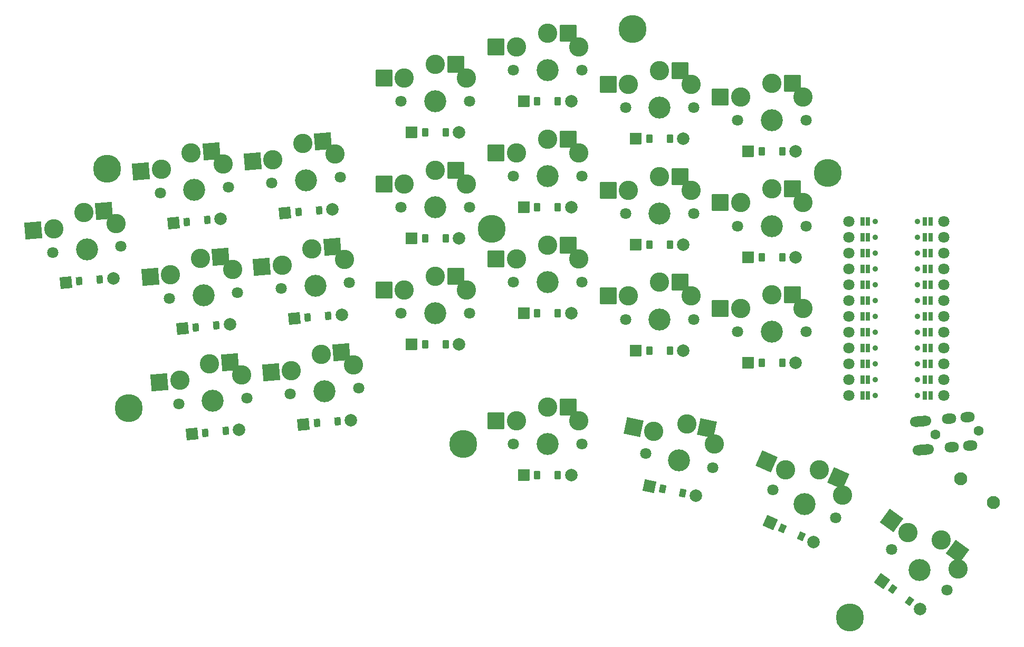
<source format=gbr>
%TF.GenerationSoftware,KiCad,Pcbnew,7.0.10*%
%TF.CreationDate,2024-02-18T22:51:37+03:00*%
%TF.ProjectId,jcuken_1,6a63756b-656e-45f3-912e-6b696361645f,0.1*%
%TF.SameCoordinates,Original*%
%TF.FileFunction,Soldermask,Top*%
%TF.FilePolarity,Negative*%
%FSLAX46Y46*%
G04 Gerber Fmt 4.6, Leading zero omitted, Abs format (unit mm)*
G04 Created by KiCad (PCBNEW 7.0.10) date 2024-02-18 22:51:37*
%MOMM*%
%LPD*%
G01*
G04 APERTURE LIST*
G04 Aperture macros list*
%AMRoundRect*
0 Rectangle with rounded corners*
0 $1 Rounding radius*
0 $2 $3 $4 $5 $6 $7 $8 $9 X,Y pos of 4 corners*
0 Add a 4 corners polygon primitive as box body*
4,1,4,$2,$3,$4,$5,$6,$7,$8,$9,$2,$3,0*
0 Add four circle primitives for the rounded corners*
1,1,$1+$1,$2,$3*
1,1,$1+$1,$4,$5*
1,1,$1+$1,$6,$7*
1,1,$1+$1,$8,$9*
0 Add four rect primitives between the rounded corners*
20,1,$1+$1,$2,$3,$4,$5,0*
20,1,$1+$1,$4,$5,$6,$7,0*
20,1,$1+$1,$6,$7,$8,$9,0*
20,1,$1+$1,$8,$9,$2,$3,0*%
%AMHorizOval*
0 Thick line with rounded ends*
0 $1 width*
0 $2 $3 position (X,Y) of the first rounded end (center of the circle)*
0 $4 $5 position (X,Y) of the second rounded end (center of the circle)*
0 Add line between two ends*
20,1,$1,$2,$3,$4,$5,0*
0 Add two circle primitives to create the rounded ends*
1,1,$1,$2,$3*
1,1,$1,$4,$5*%
G04 Aperture macros list end*
%ADD10C,2.100000*%
%ADD11C,1.801800*%
%ADD12C,3.100000*%
%ADD13C,3.529000*%
%ADD14RoundRect,0.050000X-1.300000X-1.300000X1.300000X-1.300000X1.300000X1.300000X-1.300000X1.300000X0*%
%ADD15RoundRect,0.050000X-0.808136X-0.963099X0.963099X-0.808136X0.808136X0.963099X-0.963099X0.808136X0*%
%ADD16RoundRect,0.050000X-0.395994X-0.636937X0.500581X-0.558497X0.395994X0.636937X-0.500581X0.558497X0*%
%ADD17C,2.005000*%
%ADD18RoundRect,0.050000X-1.241757X-0.196675X0.196675X-1.241757X1.241757X0.196675X-0.196675X1.241757X0*%
%ADD19RoundRect,0.050000X-0.716729X-0.220907X0.011386X-0.749914X0.716729X0.220907X-0.011386X0.749914X0*%
%ADD20RoundRect,0.050000X-0.889000X-0.889000X0.889000X-0.889000X0.889000X0.889000X-0.889000X0.889000X0*%
%ADD21RoundRect,0.050000X-0.450000X-0.600000X0.450000X-0.600000X0.450000X0.600000X-0.450000X0.600000X0*%
%ADD22RoundRect,0.050000X-1.716367X-0.658851X0.658851X-1.716367X1.716367X0.658851X-0.658851X1.716367X0*%
%ADD23C,0.800000*%
%ADD24C,4.500000*%
%ADD25RoundRect,0.050000X-1.181751X-1.408356X1.408356X-1.181751X1.181751X1.408356X-1.408356X1.181751X0*%
%ADD26RoundRect,0.050000X-1.054407X-0.684740X0.684740X-1.054407X1.054407X0.684740X-0.684740X1.054407X0*%
%ADD27RoundRect,0.050000X-0.564913X-0.493328X0.315419X-0.680449X0.564913X0.493328X-0.315419X0.680449X0*%
%ADD28C,1.600000*%
%ADD29HorizOval,1.700000X-0.846765X-0.074082X0.846765X0.074082X0*%
%ADD30HorizOval,1.700000X-0.298858X-0.026147X0.298858X0.026147X0*%
%ADD31C,0.900000*%
%ADD32RoundRect,0.050000X-0.300000X-0.600000X0.300000X-0.600000X0.300000X0.600000X-0.300000X0.600000X0*%
%ADD33C,1.800000*%
%ADD34RoundRect,0.050000X-1.815843X-0.287601X0.287601X-1.815843X1.815843X0.287601X-0.287601X1.815843X0*%
%ADD35RoundRect,0.050000X-1.541877X-1.001307X1.001307X-1.541877X1.541877X1.001307X-1.001307X1.541877X0*%
%ADD36RoundRect,0.050000X-1.173731X-0.450553X0.450553X-1.173731X1.173731X0.450553X-0.450553X1.173731X0*%
%ADD37RoundRect,0.050000X-0.655137X-0.365096X0.167053X-0.731159X0.655137X0.365096X-0.167053X0.731159X0*%
G04 APERTURE END LIST*
D10*
%TO.C,B1*%
X201050073Y-102011086D03*
X195791463Y-98190482D03*
%TD*%
D11*
%TO.C,S16*%
X141993929Y-38639195D03*
D12*
X142493929Y-34889195D03*
X147493929Y-32689195D03*
X147493929Y-32689195D03*
D13*
X147493929Y-38639195D03*
D12*
X152493929Y-34889195D03*
D11*
X152993929Y-38639195D03*
D14*
X150768929Y-32689195D03*
X139218929Y-34889195D03*
%TD*%
D15*
%TO.C,D3*%
X70918197Y-74101048D03*
D16*
X73069978Y-73912792D03*
X76357420Y-73625178D03*
D17*
X78509201Y-73436922D03*
%TD*%
D18*
%TO.C,D23*%
X183141869Y-114648424D03*
D19*
X184889346Y-115918040D03*
X187559102Y-117857732D03*
D17*
X189306579Y-119127348D03*
%TD*%
D20*
%TO.C,D8*%
X107683929Y-76639195D03*
D21*
X109843929Y-76639195D03*
X113143929Y-76639195D03*
D17*
X115303929Y-76639195D03*
%TD*%
D20*
%TO.C,D18*%
X161683929Y-62639194D03*
D21*
X163843929Y-62639194D03*
X167143929Y-62639194D03*
D17*
X169303929Y-62639194D03*
%TD*%
D11*
%TO.C,S22*%
X165688096Y-100013667D03*
D12*
X167670131Y-96791240D03*
X173132679Y-96815124D03*
X173132679Y-96815124D03*
D13*
X170712596Y-102250719D03*
D12*
X176805586Y-100858607D03*
D11*
X175737096Y-104487771D03*
D22*
X176124540Y-98147186D03*
X164678270Y-95459178D03*
%TD*%
D15*
%TO.C,D2*%
X72399845Y-91036358D03*
D16*
X74551626Y-90848102D03*
X77839068Y-90560488D03*
D17*
X79990849Y-90372232D03*
%TD*%
D23*
%TO.C,_1*%
X57203387Y-48599331D03*
X57583135Y-47394925D03*
X57786509Y-49719497D03*
X58703301Y-46811803D03*
D24*
X58847108Y-48455524D03*
D23*
X58990915Y-50099245D03*
X59907707Y-47191551D03*
X60111081Y-49516123D03*
X60490829Y-48311717D03*
%TD*%
D11*
%TO.C,S18*%
X159993929Y-57639194D03*
D12*
X160493929Y-53889194D03*
X165493929Y-51689194D03*
X165493929Y-51689194D03*
D13*
X165493929Y-57639194D03*
D12*
X170493929Y-53889194D03*
D11*
X170993929Y-57639194D03*
D14*
X168768929Y-51689194D03*
X157218929Y-53889194D03*
%TD*%
D11*
%TO.C,S7*%
X85248706Y-50763256D03*
D12*
X85419969Y-46983948D03*
X90209200Y-44356541D03*
X90209200Y-44356541D03*
D13*
X90727777Y-50283899D03*
D12*
X95381916Y-46112390D03*
D11*
X96206848Y-49804542D03*
D25*
X93471738Y-44071105D03*
X82157432Y-47269383D03*
%TD*%
D23*
%TO.C,_3*%
X141443929Y-26039195D03*
X141927203Y-24872469D03*
X141927203Y-27205921D03*
X143093929Y-24389195D03*
D24*
X143093929Y-26039195D03*
D23*
X143093929Y-27689195D03*
X144260655Y-24872469D03*
X144260655Y-27205921D03*
X144743929Y-26039195D03*
%TD*%
D26*
%TO.C,D21*%
X145842068Y-99377422D03*
D27*
X147954866Y-99826512D03*
X151182754Y-100512620D03*
D17*
X153295552Y-100961710D03*
%TD*%
D11*
%TO.C,S14*%
X141993929Y-72639195D03*
D12*
X142493929Y-68889195D03*
X147493929Y-66689195D03*
X147493929Y-66689195D03*
D13*
X147493929Y-72639195D03*
D12*
X152493929Y-68889195D03*
D11*
X152993929Y-72639195D03*
D14*
X150768929Y-66689195D03*
X139218929Y-68889195D03*
%TD*%
D20*
%TO.C,D11*%
X125683929Y-71639195D03*
D21*
X127843929Y-71639195D03*
X131143929Y-71639195D03*
D17*
X133303929Y-71639195D03*
%TD*%
D15*
%TO.C,D1*%
X52202291Y-66704099D03*
D16*
X54354072Y-66515843D03*
X57641514Y-66228229D03*
D17*
X59793295Y-66039973D03*
%TD*%
D20*
%TO.C,D12*%
X125683929Y-54639195D03*
D21*
X127843929Y-54639195D03*
X131143929Y-54639195D03*
D17*
X133303929Y-54639195D03*
%TD*%
D20*
%TO.C,D15*%
X143683929Y-60639195D03*
D21*
X145843929Y-60639195D03*
X149143929Y-60639195D03*
D17*
X151303929Y-60639195D03*
%TD*%
D11*
%TO.C,S9*%
X105993929Y-54639194D03*
D12*
X106493929Y-50889194D03*
X111493929Y-48689194D03*
X111493929Y-48689194D03*
D13*
X111493929Y-54639194D03*
D12*
X116493929Y-50889194D03*
D11*
X116993929Y-54639194D03*
D14*
X114768929Y-48689194D03*
X103218929Y-50889194D03*
%TD*%
D11*
%TO.C,S19*%
X159993929Y-40639194D03*
D12*
X160493929Y-36889194D03*
X165493929Y-34689194D03*
X165493929Y-34689194D03*
D13*
X165493929Y-40639194D03*
D12*
X170493929Y-36889194D03*
D11*
X170993929Y-40639194D03*
D14*
X168768929Y-34689194D03*
X157218929Y-36889194D03*
%TD*%
D20*
%TO.C,D17*%
X161683929Y-79639195D03*
D21*
X163843929Y-79639195D03*
X167143929Y-79639195D03*
D17*
X169303929Y-79639195D03*
%TD*%
D11*
%TO.C,S1*%
X50082943Y-61870420D03*
D12*
X50254206Y-58091112D03*
X55043437Y-55463705D03*
X55043437Y-55463705D03*
D13*
X55562014Y-61391063D03*
D12*
X60216153Y-57219554D03*
D11*
X61041085Y-60911706D03*
D25*
X58305975Y-55178269D03*
X46991669Y-58376547D03*
%TD*%
D28*
%TO.C,TRRS1*%
X198699559Y-90487396D03*
X191726196Y-91097487D03*
D29*
X189383920Y-88993624D03*
X189784836Y-93576119D03*
D30*
X193916605Y-88597065D03*
X194317522Y-93179561D03*
X196905190Y-88335598D03*
X197306106Y-92918093D03*
%TD*%
D31*
%TO.C,MCU1*%
X188893929Y-56939195D03*
D32*
X190073929Y-56939195D03*
D33*
X193113929Y-56939195D03*
D31*
X188893929Y-59479195D03*
D32*
X190073929Y-59479195D03*
D33*
X193113929Y-59479195D03*
D31*
X188893929Y-62019195D03*
D32*
X190073929Y-62019195D03*
D33*
X193113929Y-62019195D03*
D31*
X188893929Y-64559195D03*
D32*
X190073929Y-64559195D03*
D33*
X193113929Y-64559195D03*
D31*
X188893929Y-67099195D03*
D32*
X190073929Y-67099195D03*
D33*
X193113929Y-67099195D03*
D31*
X188893929Y-69639195D03*
D32*
X190073929Y-69639195D03*
D33*
X193113929Y-69639195D03*
D31*
X188893929Y-72179195D03*
D32*
X190073929Y-72179195D03*
D33*
X193113929Y-72179195D03*
D31*
X188893929Y-74719195D03*
D32*
X190073929Y-74719195D03*
D33*
X193113929Y-74719195D03*
D31*
X188893929Y-77259195D03*
D32*
X190073929Y-77259195D03*
D33*
X193113929Y-77259195D03*
D31*
X188893929Y-79799195D03*
D32*
X190073929Y-79799195D03*
D33*
X193113929Y-79799195D03*
D31*
X188893929Y-82339195D03*
D32*
X190073929Y-82339195D03*
D33*
X193113929Y-82339195D03*
D31*
X188893929Y-84879195D03*
D32*
X190073929Y-84879195D03*
D33*
X193113929Y-84879195D03*
X177873929Y-84879195D03*
D32*
X180013929Y-84879195D03*
X190973929Y-84879195D03*
D33*
X177873929Y-82339195D03*
D32*
X180013929Y-82339195D03*
X190973929Y-82339195D03*
D33*
X177873929Y-79799195D03*
D32*
X180013929Y-79799195D03*
X190973929Y-79799195D03*
D33*
X177873929Y-77259195D03*
D32*
X180013929Y-77259195D03*
X190973929Y-77259195D03*
D33*
X177873929Y-74719195D03*
D32*
X180013929Y-74719195D03*
X190973929Y-74719195D03*
D33*
X177873929Y-72179195D03*
D32*
X180013929Y-72179195D03*
X190973929Y-72179195D03*
D33*
X177873929Y-69639195D03*
D32*
X180013929Y-69639195D03*
X190973929Y-69639195D03*
D33*
X177873929Y-67099195D03*
D32*
X180013929Y-67099195D03*
X190973929Y-67099195D03*
D33*
X177873929Y-64559195D03*
D32*
X180013929Y-64559195D03*
X190973929Y-64559195D03*
D33*
X177873929Y-62019195D03*
D32*
X180013929Y-62019195D03*
X190973929Y-62019195D03*
D33*
X177873929Y-59479195D03*
D32*
X180013929Y-59479195D03*
X190973929Y-59479195D03*
D33*
X177873929Y-56939195D03*
D32*
X180013929Y-56939195D03*
X190973929Y-56939195D03*
X180913929Y-84879195D03*
D31*
X182093929Y-84879195D03*
D32*
X180913929Y-82339195D03*
D31*
X182093929Y-82339195D03*
D32*
X180913929Y-79799195D03*
D31*
X182093929Y-79799195D03*
D32*
X180913929Y-77259195D03*
D31*
X182093929Y-77259195D03*
D32*
X180913929Y-74719195D03*
D31*
X182093929Y-74719195D03*
D32*
X180913929Y-72179195D03*
D31*
X182093929Y-72179195D03*
D32*
X180913929Y-69639195D03*
D31*
X182093929Y-69639195D03*
D32*
X180913929Y-67099195D03*
D31*
X182093929Y-67099195D03*
D32*
X180913929Y-64559195D03*
D31*
X182093929Y-64559195D03*
D32*
X180913929Y-62019195D03*
D31*
X182093929Y-62019195D03*
D32*
X180913929Y-59479195D03*
D31*
X182093929Y-59479195D03*
D32*
X180913929Y-56939195D03*
D31*
X182093929Y-56939195D03*
%TD*%
D20*
%TO.C,D19*%
X161683929Y-45639194D03*
D21*
X163843929Y-45639194D03*
X167143929Y-45639194D03*
D17*
X169303929Y-45639194D03*
%TD*%
D20*
%TO.C,D14*%
X143683929Y-77639195D03*
D21*
X145843929Y-77639195D03*
X149143929Y-77639195D03*
D17*
X151303929Y-77639195D03*
%TD*%
D15*
%TO.C,D5*%
X90331349Y-89467555D03*
D16*
X92483130Y-89279299D03*
X95770572Y-88991685D03*
D17*
X97922353Y-88803429D03*
%TD*%
D15*
%TO.C,D4*%
X69436549Y-57165739D03*
D16*
X71588330Y-56977483D03*
X74875772Y-56689869D03*
D17*
X77027553Y-56501613D03*
%TD*%
D11*
%TO.C,S8*%
X105993929Y-71639195D03*
D12*
X106493929Y-67889195D03*
X111493929Y-65689195D03*
X111493929Y-65689195D03*
D13*
X111493929Y-71639195D03*
D12*
X116493929Y-67889195D03*
D11*
X116993929Y-71639195D03*
D14*
X114768929Y-65689195D03*
X103218929Y-67889195D03*
%TD*%
D11*
%TO.C,S6*%
X86730354Y-67698566D03*
D12*
X86901617Y-63919258D03*
X91690848Y-61291851D03*
X91690848Y-61291851D03*
D13*
X92209425Y-67219209D03*
D12*
X96863564Y-63047700D03*
D11*
X97688496Y-66739852D03*
D25*
X94953386Y-61006415D03*
X83639080Y-64204693D03*
%TD*%
D23*
%TO.C,_4*%
X118843929Y-58139195D03*
X119327203Y-56972469D03*
X119327203Y-59305921D03*
X120493929Y-56489195D03*
D24*
X120493929Y-58139195D03*
D23*
X120493929Y-59789195D03*
X121660655Y-56972469D03*
X121660655Y-59305921D03*
X122143929Y-58139195D03*
%TD*%
D11*
%TO.C,S20*%
X123993929Y-92639194D03*
D12*
X124493929Y-88889194D03*
X129493929Y-86689194D03*
X129493929Y-86689194D03*
D13*
X129493929Y-92639194D03*
D12*
X134493929Y-88889194D03*
D11*
X134993929Y-92639194D03*
D14*
X132768929Y-86689194D03*
X121218929Y-88889194D03*
%TD*%
D11*
%TO.C,S17*%
X159993929Y-74639195D03*
D12*
X160493929Y-70889195D03*
X165493929Y-68689195D03*
X165493929Y-68689195D03*
D13*
X165493929Y-74639195D03*
D12*
X170493929Y-70889195D03*
D11*
X170993929Y-74639195D03*
D14*
X168768929Y-68689195D03*
X157218929Y-70889195D03*
%TD*%
D20*
%TO.C,D16*%
X143683929Y-43639195D03*
D21*
X145843929Y-43639195D03*
X149143929Y-43639195D03*
D17*
X151303929Y-43639195D03*
%TD*%
D23*
%TO.C,_7*%
X172843929Y-49139194D03*
X173327203Y-47972468D03*
X173327203Y-50305920D03*
X174493929Y-47489194D03*
D24*
X174493929Y-49139194D03*
D23*
X174493929Y-50789194D03*
X175660655Y-47972468D03*
X175660655Y-50305920D03*
X176143929Y-49139194D03*
%TD*%
D11*
%TO.C,S23*%
X184713557Y-109609982D03*
D12*
X187322260Y-106870061D03*
X192660472Y-108029150D03*
X192660472Y-108029150D03*
D13*
X189163150Y-112842801D03*
D12*
X195412430Y-112747914D03*
D11*
X193612743Y-116075620D03*
D34*
X195310003Y-109954147D03*
X184672729Y-104945064D03*
%TD*%
D11*
%TO.C,S4*%
X67317202Y-52332059D03*
D12*
X67488465Y-48552751D03*
X72277696Y-45925344D03*
X72277696Y-45925344D03*
D13*
X72796273Y-51852702D03*
D12*
X77450412Y-47681193D03*
D11*
X78275344Y-51373345D03*
D25*
X75540234Y-45639908D03*
X64225928Y-48838186D03*
%TD*%
D20*
%TO.C,D13*%
X125683929Y-37639194D03*
D21*
X127843929Y-37639194D03*
X131143929Y-37639194D03*
D17*
X133303929Y-37639194D03*
%TD*%
D15*
%TO.C,D7*%
X87368054Y-55596935D03*
D16*
X89519835Y-55408679D03*
X92807277Y-55121065D03*
D17*
X94959058Y-54932809D03*
%TD*%
D11*
%TO.C,S3*%
X68798849Y-69267369D03*
D12*
X68970112Y-65488061D03*
X73759343Y-62860654D03*
X73759343Y-62860654D03*
D13*
X74277920Y-68788012D03*
D12*
X78932059Y-64616503D03*
D11*
X79756991Y-68308655D03*
D25*
X77021881Y-62575218D03*
X65707575Y-65773496D03*
%TD*%
D11*
%TO.C,S10*%
X105993929Y-37639194D03*
D12*
X106493929Y-33889194D03*
X111493929Y-31689194D03*
X111493929Y-31689194D03*
D13*
X111493929Y-37639194D03*
D12*
X116493929Y-33889194D03*
D11*
X116993929Y-37639194D03*
D14*
X114768929Y-31689194D03*
X103218929Y-33889194D03*
%TD*%
D15*
%TO.C,D6*%
X88849701Y-72532245D03*
D16*
X91001482Y-72343989D03*
X94288924Y-72056375D03*
D17*
X96440705Y-71868119D03*
%TD*%
D11*
%TO.C,S11*%
X123993929Y-66639195D03*
D12*
X124493929Y-62889195D03*
X129493929Y-60689195D03*
X129493929Y-60689195D03*
D13*
X129493929Y-66639195D03*
D12*
X134493929Y-62889195D03*
D11*
X134993929Y-66639195D03*
D14*
X132768929Y-60689195D03*
X121218929Y-62889195D03*
%TD*%
D23*
%TO.C,_5*%
X114343929Y-92639194D03*
X114827203Y-91472468D03*
X114827203Y-93805920D03*
X115993929Y-90989194D03*
D24*
X115993929Y-92639194D03*
D23*
X115993929Y-94289194D03*
X117160655Y-91472468D03*
X117160655Y-93805920D03*
X117643929Y-92639194D03*
%TD*%
%TO.C,_2*%
X60667218Y-87043731D03*
X61046966Y-85839325D03*
X61250340Y-88163897D03*
X62167132Y-85256203D03*
D24*
X62310939Y-86899924D03*
D23*
X62454746Y-88543645D03*
X63371538Y-85635951D03*
X63574912Y-87960523D03*
X63954660Y-86756117D03*
%TD*%
D11*
%TO.C,S5*%
X88212001Y-84633875D03*
D12*
X88383264Y-80854567D03*
X93172495Y-78227160D03*
X93172495Y-78227160D03*
D13*
X93691072Y-84154518D03*
D12*
X98345211Y-79983009D03*
D11*
X99170143Y-83675161D03*
D25*
X96435033Y-77941724D03*
X85120727Y-81140002D03*
%TD*%
D11*
%TO.C,S2*%
X70280497Y-86202679D03*
D12*
X70451760Y-82423371D03*
X75240991Y-79795964D03*
X75240991Y-79795964D03*
D13*
X75759568Y-85723322D03*
D12*
X80413707Y-81551813D03*
D11*
X81238639Y-85243965D03*
D25*
X78503529Y-79510528D03*
X67189223Y-82708806D03*
%TD*%
D11*
%TO.C,S21*%
X145228557Y-94135314D03*
D12*
X146497300Y-90571216D03*
X151845444Y-89458850D03*
X151845444Y-89458850D03*
D13*
X150608369Y-95278828D03*
D12*
X156278776Y-92650333D03*
D11*
X155988181Y-96422342D03*
D35*
X155048877Y-90139761D03*
X143293866Y-89890305D03*
%TD*%
D20*
%TO.C,D9*%
X107683929Y-59639194D03*
D21*
X109843929Y-59639194D03*
X113143929Y-59639194D03*
D17*
X115303929Y-59639194D03*
%TD*%
D23*
%TO.C,_6*%
X176693433Y-119542888D03*
X177770194Y-118883049D03*
X176398626Y-120770851D03*
X178998157Y-119177856D03*
D24*
X178028311Y-120512734D03*
D23*
X177058465Y-121847612D03*
X179657996Y-120254617D03*
X178286428Y-122142419D03*
X179363189Y-121482580D03*
%TD*%
D20*
%TO.C,D20*%
X125683929Y-97639194D03*
D21*
X127843929Y-97639194D03*
X131143929Y-97639194D03*
D17*
X133303929Y-97639194D03*
%TD*%
D11*
%TO.C,S13*%
X123993929Y-32639194D03*
D12*
X124493929Y-28889194D03*
X129493929Y-26689194D03*
X129493929Y-26689194D03*
D13*
X129493929Y-32639194D03*
D12*
X134493929Y-28889194D03*
D11*
X134993929Y-32639194D03*
D14*
X132768929Y-26689194D03*
X121218929Y-28889194D03*
%TD*%
D36*
%TO.C,D22*%
X165198305Y-105268779D03*
D37*
X167171563Y-106147331D03*
X170186263Y-107489561D03*
D17*
X172159521Y-108368113D03*
%TD*%
D20*
%TO.C,D10*%
X107683929Y-42639194D03*
D21*
X109843929Y-42639194D03*
X113143929Y-42639194D03*
D17*
X115303929Y-42639194D03*
%TD*%
D11*
%TO.C,S15*%
X141993929Y-55639195D03*
D12*
X142493929Y-51889195D03*
X147493929Y-49689195D03*
X147493929Y-49689195D03*
D13*
X147493929Y-55639195D03*
D12*
X152493929Y-51889195D03*
D11*
X152993929Y-55639195D03*
D14*
X150768929Y-49689195D03*
X139218929Y-51889195D03*
%TD*%
D11*
%TO.C,S12*%
X123993929Y-49639195D03*
D12*
X124493929Y-45889195D03*
X129493929Y-43689195D03*
X129493929Y-43689195D03*
D13*
X129493929Y-49639195D03*
D12*
X134493929Y-45889195D03*
D11*
X134993929Y-49639195D03*
D14*
X132768929Y-43689195D03*
X121218929Y-45889195D03*
%TD*%
M02*

</source>
